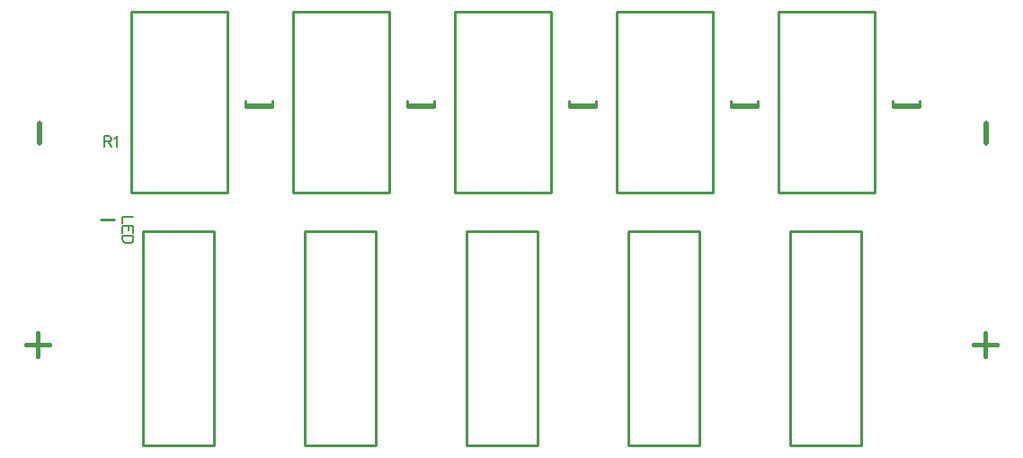
<source format=gto>
G04 DipTrace 2.4.0.2*
%INPowerPoleExpander.GTO*%
%MOMM*%
%ADD10C,0.25*%
%ADD32C,0.157*%
%ADD33C,0.392*%
%ADD34C,0.51*%
%FSLAX53Y53*%
G04*
G71*
G90*
G75*
G01*
%LNTopSilk*%
%LPD*%
X26658Y36850D2*
D10*
X24157D1*
X26658Y36661D2*
X24157D1*
X26658D2*
Y37259D1*
X24157Y36661D2*
Y37259D1*
X41898Y36850D2*
X39397D1*
X41898Y36661D2*
X39397D1*
X41898D2*
Y37259D1*
X39397Y36661D2*
Y37259D1*
X57138Y36850D2*
X54637D1*
X57138Y36661D2*
X54637D1*
X57138D2*
Y37259D1*
X54637Y36661D2*
Y37259D1*
X72378Y36850D2*
X69877D1*
X72378Y36661D2*
X69877D1*
X72378D2*
Y37259D1*
X69877Y36661D2*
Y37259D1*
X87618Y36850D2*
X85117D1*
X87618Y36661D2*
X85117D1*
X87618D2*
Y37259D1*
X85117Y36661D2*
Y37259D1*
X10471Y26032D2*
X11770D1*
X14454Y4763D2*
X21121D1*
Y24924D1*
X14454D1*
Y4763D1*
X29694D2*
X36361D1*
Y24924D1*
X29694D1*
Y4763D1*
X44934D2*
X51601D1*
Y24924D1*
X44934D1*
Y4763D1*
X60174D2*
X66841D1*
Y24924D1*
X60174D1*
Y4763D1*
X75414D2*
X82081D1*
Y24924D1*
X75414D1*
Y4763D1*
X22391Y28575D2*
X13391D1*
Y45575D1*
X22391D1*
Y28575D1*
X37631D2*
X28631D1*
Y45575D1*
X37631D1*
Y28575D1*
X52871D2*
X43871D1*
Y45575D1*
X52871D1*
Y28575D1*
X68111D2*
X59111D1*
Y45575D1*
X68111D1*
Y28575D1*
X83351D2*
X74351D1*
Y45575D1*
X83351D1*
Y28575D1*
X93810Y15343D2*
D33*
Y13156D1*
X92718Y14248D2*
X94905D1*
X93911Y33275D2*
D34*
Y35100D1*
X13576Y26329D2*
D32*
X12555D1*
Y25747D1*
X13576Y24802D2*
Y25433D1*
X12555D1*
Y24802D1*
X13090Y25433D2*
Y25044D1*
X13576Y24488D2*
X12555D1*
Y24148D1*
X12604Y24002D1*
X12701Y23904D1*
X12799Y23856D1*
X12944Y23807D1*
X13187D1*
X13333Y23856D1*
X13430Y23904D1*
X13528Y24002D1*
X13576Y24148D1*
Y24488D1*
X10798Y33402D2*
X11235D1*
X11381Y33451D1*
X11430Y33499D1*
X11478Y33596D1*
Y33694D1*
X11430Y33790D1*
X11381Y33840D1*
X11235Y33888D1*
X10798D1*
Y32867D1*
X11138Y33402D2*
X11478Y32867D1*
X11792Y33693D2*
X11890Y33742D1*
X12036Y33887D1*
Y32867D1*
X4592Y15343D2*
D33*
Y13156D1*
X3500Y14248D2*
X5687D1*
X4693Y33275D2*
D34*
Y35100D1*
M02*

</source>
